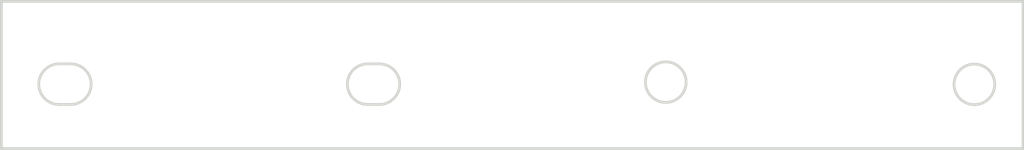
<source format=kicad_pcb>
(kicad_pcb (version 20171130) (host pcbnew "(5.1.6-0-10_14)")

  (general
    (thickness 1.6)
    (drawings 14)
    (tracks 0)
    (zones 0)
    (modules 0)
    (nets 1)
  )

  (page A3)
  (layers
    (0 F.Cu signal)
    (31 B.Cu signal)
    (32 B.Adhes user)
    (33 F.Adhes user)
    (34 B.Paste user)
    (35 F.Paste user)
    (36 B.SilkS user)
    (37 F.SilkS user)
    (38 B.Mask user)
    (39 F.Mask user)
    (40 Dwgs.User user)
    (41 Cmts.User user)
    (42 Eco1.User user)
    (43 Eco2.User user)
    (44 Edge.Cuts user)
    (45 Margin user)
    (46 B.CrtYd user)
    (47 F.CrtYd user)
    (48 B.Fab user)
    (49 F.Fab user)
  )

  (setup
    (last_trace_width 0.25)
    (trace_clearance 0.2)
    (zone_clearance 0.508)
    (zone_45_only no)
    (trace_min 0.2)
    (via_size 0.8)
    (via_drill 0.4)
    (via_min_size 0.4)
    (via_min_drill 0.3)
    (uvia_size 0.3)
    (uvia_drill 0.1)
    (uvias_allowed no)
    (uvia_min_size 0.2)
    (uvia_min_drill 0.1)
    (edge_width 0.15)
    (segment_width 0.2)
    (pcb_text_width 0.3)
    (pcb_text_size 1.5 1.5)
    (mod_edge_width 0.15)
    (mod_text_size 1 1)
    (mod_text_width 0.15)
    (pad_size 1.524 1.524)
    (pad_drill 0.762)
    (pad_to_mask_clearance 0.051)
    (solder_mask_min_width 0.25)
    (aux_axis_origin 0 0)
    (visible_elements 7FFFFFFF)
    (pcbplotparams
      (layerselection 0x010f0_ffffffff)
      (usegerberextensions false)
      (usegerberattributes false)
      (usegerberadvancedattributes false)
      (creategerberjobfile false)
      (excludeedgelayer true)
      (linewidth 0.100000)
      (plotframeref false)
      (viasonmask false)
      (mode 1)
      (useauxorigin false)
      (hpglpennumber 1)
      (hpglpenspeed 20)
      (hpglpendiameter 15.000000)
      (psnegative false)
      (psa4output false)
      (plotreference true)
      (plotvalue true)
      (plotinvisibletext false)
      (padsonsilk false)
      (subtractmaskfromsilk false)
      (outputformat 1)
      (mirror false)
      (drillshape 0)
      (scaleselection 1)
      (outputdirectory "../gbrcool640pcbv110date20220309/"))
  )

  (net 0 "")

  (net_class Default "これはデフォルトのネット クラスです。"
    (clearance 0.2)
    (trace_width 0.25)
    (via_dia 0.8)
    (via_drill 0.4)
    (uvia_dia 0.3)
    (uvia_drill 0.1)
  )

  (gr_line (start 48.61 31.569819) (end 47.98 31.569819) (layer Edge.Cuts) (width 0.15) (tstamp 62643A6A))
  (gr_arc (start 47.98 32.67) (end 47.98 31.569819) (angle -180) (layer Edge.Cuts) (width 0.15) (tstamp 62643A69))
  (gr_line (start 48.61 33.770181) (end 47.98 33.770181) (layer Edge.Cuts) (width 0.15) (tstamp 62643A67))
  (gr_arc (start 48.61 32.67) (end 48.61 33.770181) (angle -180) (layer Edge.Cuts) (width 0.15) (tstamp 62643A66))
  (gr_line (start 31.93 31.569819) (end 31.3 31.569819) (layer Edge.Cuts) (width 0.15) (tstamp 62643A65))
  (gr_line (start 31.93 33.770181) (end 31.3 33.770181) (layer Edge.Cuts) (width 0.15) (tstamp 62643A61))
  (gr_arc (start 31.93 32.67) (end 31.93 33.770181) (angle -180) (layer Edge.Cuts) (width 0.15) (tstamp 62643A5C))
  (gr_arc (start 31.3 32.67) (end 31.3 31.569819) (angle -180) (layer Edge.Cuts) (width 0.15) (tstamp 62643A4A))
  (gr_circle (center 80.77 32.68) (end 81.87 32.68) (layer Edge.Cuts) (width 0.15) (tstamp 62643A2D))
  (gr_circle (center 64.09 32.56) (end 65.19 32.56) (layer Edge.Cuts) (width 0.15) (tstamp 62643A29))
  (gr_line (start 83.4 28.18) (end 28.18 28.18) (layer Edge.Cuts) (width 0.15))
  (gr_line (start 83.4 36.16) (end 83.4 28.18) (layer Edge.Cuts) (width 0.15))
  (gr_line (start 28.18 36.16) (end 83.4 36.16) (layer Edge.Cuts) (width 0.15))
  (gr_line (start 28.18 28.18) (end 28.18 36.16) (layer Edge.Cuts) (width 0.15))

)

</source>
